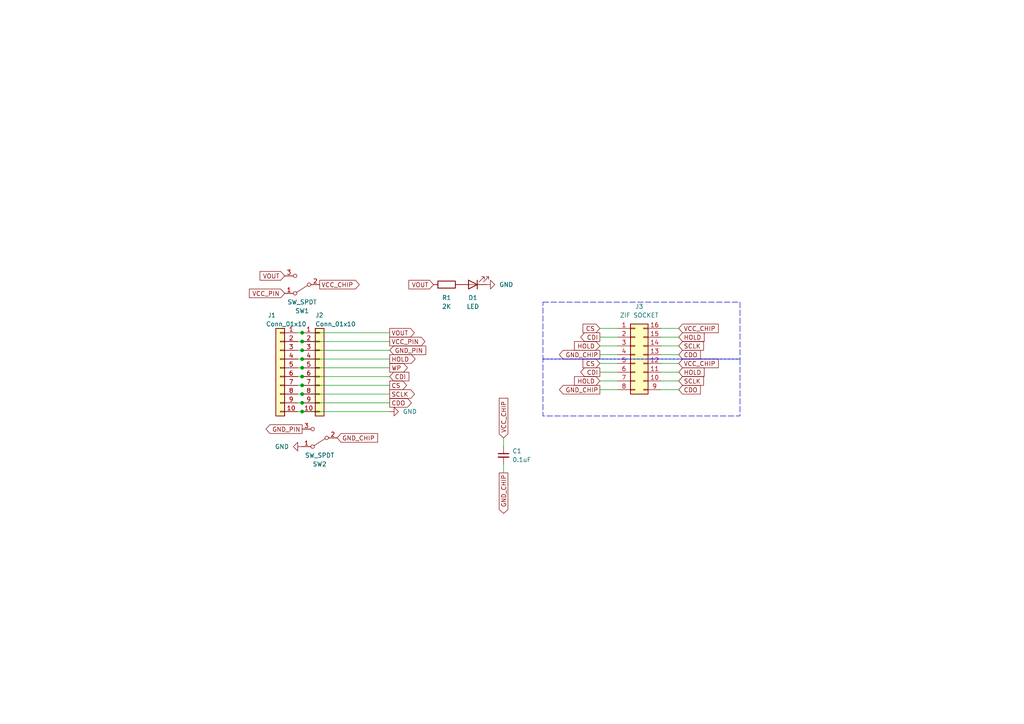
<source format=kicad_sch>
(kicad_sch (version 20230121) (generator eeschema)
  (paper "A4")
  (lib_symbols
    (symbol "Connector_Generic:Conn_01x10" (pin_names (offset 1.016) hide)
      (property "Reference" "J" (at 0 12.7 0))
      (property "Value" "Conn_01x10" (at 0 -15.24 0))
      (symbol "Conn_01x10_1_1"
        (rectangle (start -1.27 -12.573) (end 0 -12.827) (stroke (width 0.1524)))
        (rectangle (start -1.27 -10.033) (end 0 -10.287) (stroke (width 0.1524)))
        (rectangle (start -1.27 -7.493) (end 0 -7.747) (stroke (width 0.1524)))
        (rectangle (start -1.27 -4.953) (end 0 -5.207) (stroke (width 0.1524)))
        (rectangle (start -1.27 -2.413) (end 0 -2.667) (stroke (width 0.1524)))
        (rectangle (start -1.27 0.127) (end 0 -0.127) (stroke (width 0.1524)))
        (rectangle (start -1.27 2.667) (end 0 2.413) (stroke (width 0.1524)))
        (rectangle (start -1.27 5.207) (end 0 4.953) (stroke (width 0.1524)))
        (rectangle (start -1.27 7.747) (end 0 7.493) (stroke (width 0.1524)))
        (rectangle (start -1.27 10.287) (end 0 10.033) (stroke (width 0.1524)))
        (rectangle (start -1.27 11.43) (end 1.27 -13.97) (stroke (width 0.254)) (fill (type background)))
        (pin passive line (at -5.08 10.16 0) (length 3.81) (name "Pin_1") (number "1"))
        (pin passive line (at -5.08 -12.7 0) (length 3.81) (name "Pin_10") (number "10"))
        (pin passive line (at -5.08 7.62 0) (length 3.81) (name "Pin_2") (number "2"))
        (pin passive line (at -5.08 5.08 0) (length 3.81) (name "Pin_3") (number "3"))
        (pin passive line (at -5.08 2.54 0) (length 3.81) (name "Pin_4") (number "4"))
        (pin passive line (at -5.08 0 0) (length 3.81) (name "Pin_5") (number "5"))
        (pin passive line (at -5.08 -2.54 0) (length 3.81) (name "Pin_6") (number "6"))
        (pin passive line (at -5.08 -5.08 0) (length 3.81) (name "Pin_7") (number "7"))
        (pin passive line (at -5.08 -7.62 0) (length 3.81) (name "Pin_8") (number "8"))
        (pin passive line (at -5.08 -10.16 0) (length 3.81) (name "Pin_9") (number "9"))
      )
    )
    (symbol "Connector_Generic:Conn_02x08_Counter_Clockwise" (pin_names (offset 1.016) hide)
      (property "Reference" "J" (at 1.27 10.16 0))
      (property "Value" "Conn_02x08_Counter_Clockwise" (at 1.27 -12.7 0))
      (symbol "Conn_02x08_Counter_Clockwise_1_1"
        (rectangle (start -1.27 -10.033) (end 0 -10.287) (stroke (width 0.1524)))
        (rectangle (start -1.27 -7.493) (end 0 -7.747) (stroke (width 0.1524)))
        (rectangle (start -1.27 -4.953) (end 0 -5.207) (stroke (width 0.1524)))
        (rectangle (start -1.27 -2.413) (end 0 -2.667) (stroke (width 0.1524)))
        (rectangle (start -1.27 0.127) (end 0 -0.127) (stroke (width 0.1524)))
        (rectangle (start -1.27 2.667) (end 0 2.413) (stroke (width 0.1524)))
        (rectangle (start -1.27 5.207) (end 0 4.953) (stroke (width 0.1524)))
        (rectangle (start -1.27 7.747) (end 0 7.493) (stroke (width 0.1524)))
        (rectangle (start -1.27 8.89) (end 3.81 -11.43) (stroke (width 0.254)) (fill (type background)))
        (rectangle (start 3.81 -10.033) (end 2.54 -10.287) (stroke (width 0.1524)))
        (rectangle (start 3.81 -7.493) (end 2.54 -7.747) (stroke (width 0.1524)))
        (rectangle (start 3.81 -4.953) (end 2.54 -5.207) (stroke (width 0.1524)))
        (rectangle (start 3.81 -2.413) (end 2.54 -2.667) (stroke (width 0.1524)))
        (rectangle (start 3.81 0.127) (end 2.54 -0.127) (stroke (width 0.1524)))
        (rectangle (start 3.81 2.667) (end 2.54 2.413) (stroke (width 0.1524)))
        (rectangle (start 3.81 5.207) (end 2.54 4.953) (stroke (width 0.1524)))
        (rectangle (start 3.81 7.747) (end 2.54 7.493) (stroke (width 0.1524)))
        (pin passive line (at -5.08 7.62 0) (length 3.81) (name "Pin_1") (number "1"))
        (pin passive line (at 7.62 -7.62 180) (length 3.81) (name "Pin_10") (number "10"))
        (pin passive line (at 7.62 -5.08 180) (length 3.81) (name "Pin_11") (number "11"))
        (pin passive line (at 7.62 -2.54 180) (length 3.81) (name "Pin_12") (number "12"))
        (pin passive line (at 7.62 0 180) (length 3.81) (name "Pin_13") (number "13"))
        (pin passive line (at 7.62 2.54 180) (length 3.81) (name "Pin_14") (number "14"))
        (pin passive line (at 7.62 5.08 180) (length 3.81) (name "Pin_15") (number "15"))
        (pin passive line (at 7.62 7.62 180) (length 3.81) (name "Pin_16") (number "16"))
        (pin passive line (at -5.08 5.08 0) (length 3.81) (name "Pin_2") (number "2"))
        (pin passive line (at -5.08 2.54 0) (length 3.81) (name "Pin_3") (number "3"))
        (pin passive line (at -5.08 0 0) (length 3.81) (name "Pin_4") (number "4"))
        (pin passive line (at -5.08 -2.54 0) (length 3.81) (name "Pin_5") (number "5"))
        (pin passive line (at -5.08 -5.08 0) (length 3.81) (name "Pin_6") (number "6"))
        (pin passive line (at -5.08 -7.62 0) (length 3.81) (name "Pin_7") (number "7"))
        (pin passive line (at -5.08 -10.16 0) (length 3.81) (name "Pin_8") (number "8"))
        (pin passive line (at 7.62 -10.16 180) (length 3.81) (name "Pin_9") (number "9"))
      )
    )
    (symbol "Device:C_Small" (pin_numbers hide) (pin_names (offset 0.254) hide)
      (property "Reference" "C" (at 0.254 1.778 0))
      (property "Value" "C_Small" (at 0.254 -2.032 0))
      (symbol "C_Small_0_1"
        (polyline (pts (xy -1.524 -0.508) (xy 1.524 -0.508)) (stroke (width 0.3302)))
        (polyline (pts (xy -1.524 0.508) (xy 1.524 0.508)) (stroke (width 0.3048)))
      )
      (symbol "C_Small_1_1"
        (pin passive line (at 0 2.54 270) (length 2.032) (name "~") (number "1"))
        (pin passive line (at 0 -2.54 90) (length 2.032) (name "~") (number "2"))
      )
    )
    (symbol "Device:LED" (pin_numbers hide) (pin_names (offset 1.016) hide)
      (property "Reference" "D" (at 0 2.54 0))
      (property "Value" "LED" (at 0 -2.54 0))
      (symbol "LED_0_1"
        (polyline (pts (xy -1.27 -1.27) (xy -1.27 1.27)) (stroke (width 0.254)))
        (polyline (pts (xy -1.27 0) (xy 1.27 0)))
        (polyline (pts (xy 1.27 -1.27) (xy 1.27 1.27) (xy -1.27 0) (xy 1.27 -1.27)) (stroke (width 0.254)))
        (polyline (pts (xy -3.048 -0.762) (xy -4.572 -2.286) (xy -3.81 -2.286) (xy -4.572 -2.286) (xy -4.572 -1.524)))
        (polyline (pts (xy -1.778 -0.762) (xy -3.302 -2.286) (xy -2.54 -2.286) (xy -3.302 -2.286) (xy -3.302 -1.524)))
      )
      (symbol "LED_1_1"
        (pin passive line (at -3.81 0 0) (length 2.54) (name "K") (number "1"))
        (pin passive line (at 3.81 0 180) (length 2.54) (name "A") (number "2"))
      )
    )
    (symbol "Device:R" (pin_numbers hide) (pin_names (offset 0))
      (property "Reference" "R" (at 2.032 0 90))
      (property "Value" "R" (at 0 0 90))
      (symbol "R_0_1"
        (rectangle (start -1.016 -2.54) (end 1.016 2.54) (stroke (width 0.254)))
      )
      (symbol "R_1_1"
        (pin passive line (at 0 3.81 270) (length 1.27) (name "~") (number "1"))
        (pin passive line (at 0 -3.81 90) (length 1.27) (name "~") (number "2"))
      )
    )
    (symbol "Switch:SW_SPDT" (pin_names (offset 0) hide)
      (property "Reference" "SW" (at 0 4.318 0))
      (property "Value" "SW_SPDT" (at 0 -5.08 0))
      (symbol "SW_SPDT_0_0"
        (circle (center -2.032 0) (radius 0.508))
        (circle (center 2.032 -2.54) (radius 0.508))
      )
      (symbol "SW_SPDT_0_1"
        (polyline (pts (xy -1.524 0.254) (xy 1.651 2.286)))
        (circle (center 2.032 2.54) (radius 0.508))
      )
      (symbol "SW_SPDT_1_1"
        (pin passive line (at 5.08 2.54 180) (length 2.54) (name "A") (number "1"))
        (pin passive line (at -5.08 0 0) (length 2.54) (name "B") (number "2"))
        (pin passive line (at 5.08 -2.54 180) (length 2.54) (name "C") (number "3"))
      )
    )
    (symbol "power:GND" (power) (pin_names (offset 0))
      (property "Value" "GND" (at 0 -3.81 0))
      (symbol "GND_0_1"
        (polyline (pts (xy 0 0) (xy 0 -1.27) (xy 1.27 -1.27) (xy 0 -2.54) (xy -1.27 -1.27) (xy 0 -1.27)))
      )
      (symbol "GND_1_1"
        (pin power_in line (at 0 0 270) (length 0) hide (name "GND") (number "1"))
      )
    )
  )
  (junction (at 87.63 104.14))
  (junction (at 87.63 96.52))
  (junction (at 87.63 114.3))
  (junction (at 87.63 99.06))
  (junction (at 87.63 116.84))
  (junction (at 87.63 109.22))
  (junction (at 87.63 101.6))
  (junction (at 87.63 111.76))
  (junction (at 87.63 106.68))
  (junction (at 87.63 119.38))
  (wire (pts (xy 113.03 109.22) (xy 87.63 109.22)))
  (wire (pts (xy 113.03 101.6) (xy 87.63 101.6)))
  (wire (pts (xy 191.77 107.95) (xy 196.85 107.95)))
  (wire (pts (xy 87.63 116.84) (xy 86.36 116.84)))
  (wire (pts (xy 173.99 113.03) (xy 179.07 113.03)))
  (wire (pts (xy 173.99 105.41) (xy 179.07 105.41)))
  (wire (pts (xy 87.63 119.38) (xy 86.36 119.38)))
  (wire (pts (xy 113.03 96.52) (xy 87.63 96.52)))
  (wire (pts (xy 191.77 95.25) (xy 196.85 95.25)))
  (wire (pts (xy 87.63 96.52) (xy 86.36 96.52)))
  (wire (pts (xy 113.03 99.06) (xy 87.63 99.06)))
  (wire (pts (xy 87.63 106.68) (xy 86.36 106.68)))
  (wire (pts (xy 113.03 111.76) (xy 87.63 111.76)))
  (wire (pts (xy 113.03 119.38) (xy 87.63 119.38)))
  (wire (pts (xy 87.63 104.14) (xy 86.36 104.14)))
  (wire (pts (xy 87.63 109.22) (xy 86.36 109.22)))
  (wire (pts (xy 87.63 101.6) (xy 86.36 101.6)))
  (wire (pts (xy 113.03 114.3) (xy 87.63 114.3)))
  (wire (pts (xy 173.99 102.87) (xy 179.07 102.87)))
  (wire (pts (xy 191.77 110.49) (xy 196.85 110.49)))
  (wire (pts (xy 146.05 127) (xy 146.05 129.54)))
  (wire (pts (xy 173.99 110.49) (xy 179.07 110.49)))
  (wire (pts (xy 173.99 107.95) (xy 179.07 107.95)))
  (wire (pts (xy 191.77 105.41) (xy 196.85 105.41)))
  (wire (pts (xy 87.63 99.06) (xy 86.36 99.06)))
  (wire (pts (xy 173.99 100.33) (xy 179.07 100.33)))
  (wire (pts (xy 173.99 95.25) (xy 179.07 95.25)))
  (wire (pts (xy 191.77 100.33) (xy 196.85 100.33)))
  (wire (pts (xy 87.63 111.76) (xy 86.36 111.76)))
  (wire (pts (xy 191.77 97.79) (xy 196.85 97.79)))
  (wire (pts (xy 113.03 104.14) (xy 87.63 104.14)))
  (wire (pts (xy 146.05 134.62) (xy 146.05 137.16)))
  (wire (pts (xy 87.63 114.3) (xy 86.36 114.3)))
  (wire (pts (xy 173.99 97.79) (xy 179.07 97.79)))
  (wire (pts (xy 113.03 116.84) (xy 87.63 116.84)))
  (wire (pts (xy 113.03 106.68) (xy 87.63 106.68)))
  (wire (pts (xy 191.77 102.87) (xy 196.85 102.87)))
  (wire (pts (xy 191.77 113.03) (xy 196.85 113.03)))
  (rectangle (start 157.48 87.63) (end 214.63 104.14) (stroke (width 0) (type dash)))
  (rectangle (start 157.48 104.14) (end 214.63 120.65) (stroke (width 0) (type dash)))
  (global_label "CDI" (shape input) (at 113.03 109.22 0) (property "Intersheetrefs" "${INTERSHEET_REFS}" (effects hide)))
  (global_label "GND_CHIP" (shape output) (at 173.99 113.03 180) (property "Intersheetrefs" "${INTERSHEET_REFS}" (effects hide)))
  (global_label "CS" (shape input) (at 173.99 105.41 180) (property "Intersheetrefs" "${INTERSHEET_REFS}" (effects hide)))
  (global_label "HOLD" (shape input) (at 173.99 100.33 180) (property "Intersheetrefs" "${INTERSHEET_REFS}" (effects hide)))
  (global_label "HOLD" (shape input) (at 196.85 107.95 0) (property "Intersheetrefs" "${INTERSHEET_REFS}" (effects hide)))
  (global_label "GND_CHIP" (shape output) (at 173.99 102.87 180) (property "Intersheetrefs" "${INTERSHEET_REFS}" (effects hide)))
  (global_label "GND_CHIP" (shape output) (at 146.05 137.16 270) (property "Intersheetrefs" "${INTERSHEET_REFS}" (effects hide)))
  (global_label "CDO" (shape output) (at 113.03 116.84 0) (property "Intersheetrefs" "${INTERSHEET_REFS}" (effects hide)))
  (global_label "GND_PIN" (shape input) (at 113.03 101.6 0) (property "Intersheetrefs" "${INTERSHEET_REFS}" (effects hide)))
  (global_label "VCC_CHIP" (shape input) (at 196.85 105.41 0) (property "Intersheetrefs" "${INTERSHEET_REFS}" (effects hide)))
  (global_label "CS" (shape output) (at 113.03 111.76 0) (property "Intersheetrefs" "${INTERSHEET_REFS}" (effects hide)))
  (global_label "HOLD" (shape input) (at 173.99 110.49 180) (property "Intersheetrefs" "${INTERSHEET_REFS}" (effects hide)))
  (global_label "HOLD" (shape output) (at 113.03 104.14 0) (property "Intersheetrefs" "${INTERSHEET_REFS}" (effects hide)))
  (global_label "VCC_CHIP" (shape output) (at 92.71 82.55 0) (property "Intersheetrefs" "${INTERSHEET_REFS}" (effects hide)))
  (global_label "SCLK" (shape input) (at 196.85 100.33 0) (property "Intersheetrefs" "${INTERSHEET_REFS}" (effects hide)))
  (global_label "VOUT" (shape input) (at 82.55 80.01 180) (property "Intersheetrefs" "${INTERSHEET_REFS}" (effects hide)))
  (global_label "GND_PIN" (shape output) (at 87.63 124.46 180) (property "Intersheetrefs" "${INTERSHEET_REFS}" (effects hide)))
  (global_label "CDI" (shape output) (at 173.99 97.79 180) (property "Intersheetrefs" "${INTERSHEET_REFS}" (effects hide)))
  (global_label "CDO" (shape input) (at 196.85 102.87 0) (property "Intersheetrefs" "${INTERSHEET_REFS}" (effects hide)))
  (global_label "SCLK" (shape input) (at 196.85 110.49 0) (property "Intersheetrefs" "${INTERSHEET_REFS}" (effects hide)))
  (global_label "VCC_PIN" (shape output) (at 113.03 99.06 0) (property "Intersheetrefs" "${INTERSHEET_REFS}" (effects hide)))
  (global_label "VCC_PIN" (shape input) (at 82.55 85.09 180) (property "Intersheetrefs" "${INTERSHEET_REFS}" (effects hide)))
  (global_label "WP" (shape output) (at 113.03 106.68 0) (property "Intersheetrefs" "${INTERSHEET_REFS}" (effects hide)))
  (global_label "CDO" (shape input) (at 196.85 113.03 0) (property "Intersheetrefs" "${INTERSHEET_REFS}" (effects hide)))
  (global_label "SCLK" (shape output) (at 113.03 114.3 0) (property "Intersheetrefs" "${INTERSHEET_REFS}" (effects hide)))
  (global_label "VCC_CHIP" (shape input) (at 196.85 95.25 0) (property "Intersheetrefs" "${INTERSHEET_REFS}" (effects hide)))
  (global_label "VOUT" (shape input) (at 125.73 82.55 180) (property "Intersheetrefs" "${INTERSHEET_REFS}" (effects hide)))
  (global_label "VCC_CHIP" (shape input) (at 146.05 127 90) (property "Intersheetrefs" "${INTERSHEET_REFS}" (effects hide)))
  (global_label "VOUT" (shape output) (at 113.03 96.52 0) (property "Intersheetrefs" "${INTERSHEET_REFS}" (effects hide)))
  (global_label "GND_CHIP" (shape input) (at 97.79 127 0) (property "Intersheetrefs" "${INTERSHEET_REFS}" (effects hide)))
  (global_label "HOLD" (shape input) (at 196.85 97.79 0) (property "Intersheetrefs" "${INTERSHEET_REFS}" (effects hide)))
  (global_label "CDI" (shape output) (at 173.99 107.95 180) (property "Intersheetrefs" "${INTERSHEET_REFS}" (effects hide)))
  (global_label "CS" (shape input) (at 173.99 95.25 180) (property "Intersheetrefs" "${INTERSHEET_REFS}" (effects hide)))
  (symbol (lib_id "Switch:SW_SPDT") (at 87.63 82.55 180) (unit 1)
    (property "Reference" "SW1" (at 87.63 90.17 0))
    (property "Value" "SW_SPDT" (at 87.63 87.63 0))
    (property "Footprint" "Button_Switch_SMD:SW_SPDT_PCM12" (effects hide))
  )
  (symbol (lib_id "Switch:SW_SPDT") (at 92.71 127 180) (unit 1)
    (property "Reference" "SW2" (at 92.71 134.62 0))
    (property "Value" "SW_SPDT" (at 92.71 132.08 0))
    (property "Footprint" "Button_Switch_SMD:SW_SPDT_PCM12" (effects hide))
  )
  (symbol (lib_id "Connector_Generic:Conn_02x08_Counter_Clockwise") (at 184.15 102.87 0) (unit 1)
    (property "Reference" "J3" (at 185.42 88.9 0))
    (property "Value" "ZIF SOCKET" (at 185.42 91.44 0))
    (property "Footprint" "Socket:DIP_Socket-16_W4.3_W5.08_W7.62_W10.16_W10.9_3M_216-3340-00-0602J" (effects hide))
  )
  (symbol (lib_id "Device:LED") (at 137.16 82.55 180) (unit 1)
    (property "Reference" "D1" (at 137.16 86.36 0))
    (property "Value" "LED" (at 137.16 88.9 0))
    (property "Footprint" "LED_SMD:LED_0805_2012Metric" (effects hide))
  )
  (symbol (lib_id "Device:R") (at 129.54 82.55 90) (unit 1)
    (property "Reference" "R1" (at 129.54 86.36 90))
    (property "Value" "2K" (at 129.54 88.9 90))
    (property "Footprint" "Resistor_SMD:R_0805_2012Metric" (effects hide))
  )
  (symbol (lib_id "Connector_Generic:Conn_01x10") (at 92.71 106.68 0) (unit 1)
    (property "Reference" "J2" (at 91.44 91.44 0) (effects (justify left)))
    (property "Value" "Conn_01x10" (at 91.44 93.98 0) (effects (justify left)))
    (property "Footprint" "Connector_PinHeader_2.54mm:PinHeader_1x10_P2.54mm_Vertical" (effects hide))
  )
  (symbol (lib_id "power:GND") (at 87.63 129.54 270) (unit 1)
    (property "Reference" "#PWR03" (effects hide))
    (property "Value" "GND" (at 83.82 129.54 90) (effects (justify right)))
  )
  (symbol (lib_id "power:GND") (at 140.97 82.55 90) (unit 1)
    (property "Reference" "#PWR02" (effects hide))
    (property "Value" "GND" (at 144.78 82.55 90) (effects (justify right)))
  )
  (symbol (lib_id "power:GND") (at 113.03 119.38 90) (unit 1)
    (property "Reference" "#PWR01" (effects hide))
    (property "Value" "GND" (at 116.84 119.38 90) (effects (justify right)))
  )
  (symbol (lib_id "Device:C_Small") (at 146.05 132.08 0) (unit 1)
    (property "Reference" "C1" (at 148.59 130.8163 0) (effects (justify left)))
    (property "Value" "0.1uF" (at 148.59 133.3563 0) (effects (justify left)))
    (property "Footprint" "Capacitor_SMD:C_0805_2012Metric" (effects hide))
  )
  (symbol (lib_id "Connector_Generic:Conn_01x10") (at 81.28 106.68 0) (mirror y) (unit 1)
    (property "Reference" "J1" (at 80.01 91.44 0) (effects (justify left)))
    (property "Value" "Conn_01x10" (at 88.9 93.98 0) (effects (justify left)))
    (property "Footprint" "Connector_PinSocket_2.54mm:PinSocket_1x10_P2.54mm_Horizontal" (effects hide))
  )
)
</source>
